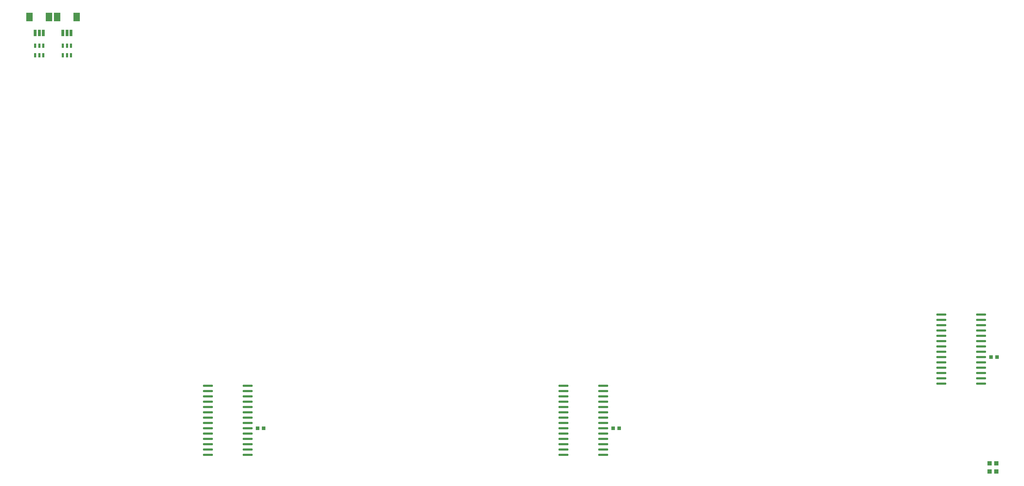
<source format=gbp>
G04 Layer: BottomPasteMaskLayer*
G04 EasyEDA v6.5.34, 2023-08-13 23:18:08*
G04 4af7dcaf46fa4c71bde35255d9dd92c6,5a6b42c53f6a479593ecc07194224c93,10*
G04 Gerber Generator version 0.2*
G04 Scale: 100 percent, Rotated: No, Reflected: No *
G04 Dimensions in millimeters *
G04 leading zeros omitted , absolute positions ,4 integer and 5 decimal *
%FSLAX45Y45*%
%MOMM*%

%AMMACRO1*21,1,$1,$2,0,0,$3*%
%ADD10MACRO1,0.8X0.9X0.0000*%
%ADD11MACRO1,1X1.1X0.0000*%
%ADD12O,2.3880064X0.5739892*%
%ADD13MACRO1,0.532X1.072X0.0000*%
%ADD14MACRO1,0.6X1.55X0.0000*%
%ADD15MACRO1,1.5X2X0.0000*%

%LPD*%
D10*
G01*
X7435700Y1524000D03*
G01*
X7575699Y1524000D03*
G01*
X15919300Y1524000D03*
G01*
X16059299Y1524000D03*
G01*
X24936300Y3225800D03*
G01*
X25076299Y3225800D03*
D11*
G01*
X25060907Y495300D03*
G01*
X24900907Y495300D03*
G01*
X25060907Y685800D03*
G01*
X24900907Y685800D03*
D12*
G01*
X24693295Y4241800D03*
G01*
X24693295Y4114800D03*
G01*
X24693295Y3987800D03*
G01*
X24693295Y3860800D03*
G01*
X24693295Y3733800D03*
G01*
X24693295Y3606800D03*
G01*
X24693295Y3479800D03*
G01*
X24693295Y3352800D03*
G01*
X24693295Y3225800D03*
G01*
X24693295Y3098800D03*
G01*
X24693295Y2971800D03*
G01*
X24693295Y2844800D03*
G01*
X24693295Y2717800D03*
G01*
X24693295Y2590800D03*
G01*
X23744504Y4241800D03*
G01*
X23744504Y4114800D03*
G01*
X23744504Y3987800D03*
G01*
X23744504Y3860800D03*
G01*
X23744504Y3733800D03*
G01*
X23744504Y3606800D03*
G01*
X23744504Y3479800D03*
G01*
X23744504Y3352800D03*
G01*
X23744504Y3225800D03*
G01*
X23744504Y3098800D03*
G01*
X23744504Y2971800D03*
G01*
X23744504Y2844800D03*
G01*
X23744504Y2717800D03*
G01*
X23744504Y2590800D03*
D13*
G01*
X2977895Y10438790D03*
G01*
X2882900Y10438790D03*
G01*
X2787904Y10438790D03*
G01*
X2787904Y10668609D03*
G01*
X2882900Y10668609D03*
G01*
X2977895Y10668609D03*
G01*
X2317495Y10438790D03*
G01*
X2222500Y10438790D03*
G01*
X2127504Y10438790D03*
G01*
X2127504Y10668609D03*
G01*
X2222500Y10668609D03*
G01*
X2317495Y10668609D03*
D14*
G01*
X2782900Y10969548D03*
G01*
X2882900Y10969548D03*
G01*
X2982899Y10969548D03*
D15*
G01*
X3112900Y11357048D03*
G01*
X2652901Y11357048D03*
D14*
G01*
X2122500Y10969548D03*
G01*
X2222500Y10969548D03*
G01*
X2322499Y10969548D03*
D15*
G01*
X2452500Y11357048D03*
G01*
X1992501Y11357048D03*
D12*
G01*
X7192695Y2540000D03*
G01*
X7192695Y2413000D03*
G01*
X7192695Y2286000D03*
G01*
X7192695Y2159000D03*
G01*
X7192695Y2032000D03*
G01*
X7192695Y1905000D03*
G01*
X7192695Y1778000D03*
G01*
X7192695Y1651000D03*
G01*
X7192695Y1524000D03*
G01*
X7192695Y1397000D03*
G01*
X7192695Y1270000D03*
G01*
X7192695Y1143000D03*
G01*
X7192695Y1016000D03*
G01*
X7192695Y889000D03*
G01*
X6243904Y2540000D03*
G01*
X6243904Y2413000D03*
G01*
X6243904Y2286000D03*
G01*
X6243904Y2159000D03*
G01*
X6243904Y2032000D03*
G01*
X6243904Y1905000D03*
G01*
X6243904Y1778000D03*
G01*
X6243904Y1651000D03*
G01*
X6243904Y1524000D03*
G01*
X6243904Y1397000D03*
G01*
X6243904Y1270000D03*
G01*
X6243904Y1143000D03*
G01*
X6243904Y1016000D03*
G01*
X6243904Y889000D03*
G01*
X15676295Y2540000D03*
G01*
X15676295Y2413000D03*
G01*
X15676295Y2286000D03*
G01*
X15676295Y2159000D03*
G01*
X15676295Y2032000D03*
G01*
X15676295Y1905000D03*
G01*
X15676295Y1778000D03*
G01*
X15676295Y1651000D03*
G01*
X15676295Y1524000D03*
G01*
X15676295Y1397000D03*
G01*
X15676295Y1270000D03*
G01*
X15676295Y1143000D03*
G01*
X15676295Y1016000D03*
G01*
X15676295Y889000D03*
G01*
X14727504Y2540000D03*
G01*
X14727504Y2413000D03*
G01*
X14727504Y2286000D03*
G01*
X14727504Y2159000D03*
G01*
X14727504Y2032000D03*
G01*
X14727504Y1905000D03*
G01*
X14727504Y1778000D03*
G01*
X14727504Y1651000D03*
G01*
X14727504Y1524000D03*
G01*
X14727504Y1397000D03*
G01*
X14727504Y1270000D03*
G01*
X14727504Y1143000D03*
G01*
X14727504Y1016000D03*
G01*
X14727504Y889000D03*
M02*

</source>
